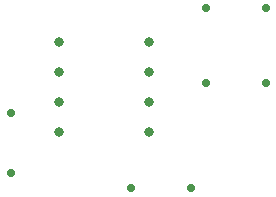
<source format=gbr>
%TF.GenerationSoftware,KiCad,Pcbnew,5.0.2+dfsg1-1+deb10u1*%
%TF.CreationDate,2023-01-10T16:23:34+08:00*%
%TF.ProjectId,555-blinker,3535352d-626c-4696-9e6b-65722e6b6963,rev?*%
%TF.SameCoordinates,Original*%
%TF.FileFunction,Plated,1,2,PTH,Drill*%
%TF.FilePolarity,Positive*%
%FSLAX46Y46*%
G04 Gerber Fmt 4.6, Leading zero omitted, Abs format (unit mm)*
G04 Created by KiCad (PCBNEW 5.0.2+dfsg1-1+deb10u1) date Tue 10 Jan 2023 04:23:34 PM +08*
%MOMM*%
%LPD*%
G01*
G04 APERTURE LIST*
%TA.AperFunction,ComponentDrill*%
%ADD10C,0.700000*%
%TD*%
%TA.AperFunction,ComponentDrill*%
%ADD11C,0.800000*%
%TD*%
G04 APERTURE END LIST*
D10*
%TO.C,R3*%
X130810000Y-82550000D03*
X135890000Y-82550000D03*
%TO.C,R2*%
X137160000Y-73660000D03*
X142240000Y-73660000D03*
%TO.C,R4*%
X120650000Y-76200000D03*
X120650000Y-81280000D03*
%TO.C,R1*%
X137160000Y-67310000D03*
X142240000Y-67310000D03*
D11*
%TO.C,U1*%
X124765001Y-70205001D03*
X124765001Y-72745001D03*
X124765001Y-75285001D03*
X124765001Y-77825001D03*
X132385001Y-70205001D03*
X132385001Y-72745001D03*
X132385001Y-75285001D03*
X132385001Y-77825001D03*
M02*

</source>
